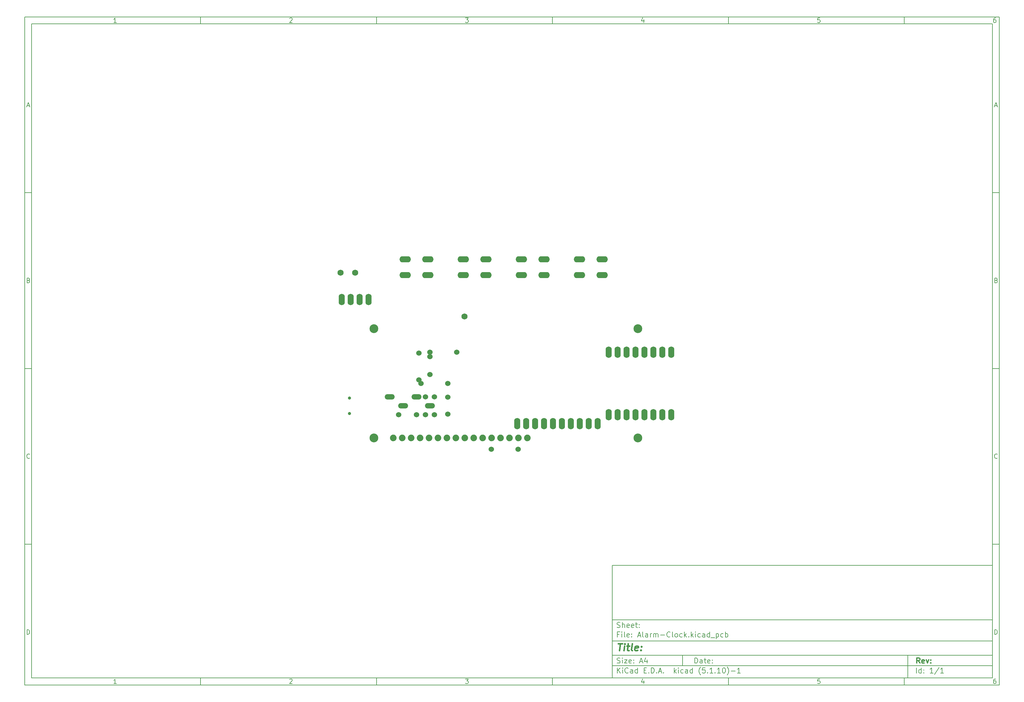
<source format=gbr>
%TF.GenerationSoftware,KiCad,Pcbnew,(5.1.10)-1*%
%TF.CreationDate,2021-11-24T23:11:52+01:00*%
%TF.ProjectId,Alarm-Clock,416c6172-6d2d-4436-9c6f-636b2e6b6963,rev?*%
%TF.SameCoordinates,Original*%
%TF.FileFunction,Soldermask,Bot*%
%TF.FilePolarity,Negative*%
%FSLAX46Y46*%
G04 Gerber Fmt 4.6, Leading zero omitted, Abs format (unit mm)*
G04 Created by KiCad (PCBNEW (5.1.10)-1) date 2021-11-24 23:11:52*
%MOMM*%
%LPD*%
G01*
G04 APERTURE LIST*
%ADD10C,0.100000*%
%ADD11C,0.150000*%
%ADD12C,0.300000*%
%ADD13C,0.400000*%
%ADD14C,2.500000*%
%ADD15C,1.879600*%
%ADD16C,1.524000*%
%ADD17O,2.844800X1.524000*%
%ADD18C,0.900000*%
%ADD19O,1.727200X3.251200*%
%ADD20O,3.251200X1.727200*%
%ADD21C,1.727200*%
G04 APERTURE END LIST*
D10*
D11*
X177002200Y-166007200D02*
X177002200Y-198007200D01*
X285002200Y-198007200D01*
X285002200Y-166007200D01*
X177002200Y-166007200D01*
D10*
D11*
X10000000Y-10000000D02*
X10000000Y-200007200D01*
X287002200Y-200007200D01*
X287002200Y-10000000D01*
X10000000Y-10000000D01*
D10*
D11*
X12000000Y-12000000D02*
X12000000Y-198007200D01*
X285002200Y-198007200D01*
X285002200Y-12000000D01*
X12000000Y-12000000D01*
D10*
D11*
X60000000Y-12000000D02*
X60000000Y-10000000D01*
D10*
D11*
X110000000Y-12000000D02*
X110000000Y-10000000D01*
D10*
D11*
X160000000Y-12000000D02*
X160000000Y-10000000D01*
D10*
D11*
X210000000Y-12000000D02*
X210000000Y-10000000D01*
D10*
D11*
X260000000Y-12000000D02*
X260000000Y-10000000D01*
D10*
D11*
X36065476Y-11588095D02*
X35322619Y-11588095D01*
X35694047Y-11588095D02*
X35694047Y-10288095D01*
X35570238Y-10473809D01*
X35446428Y-10597619D01*
X35322619Y-10659523D01*
D10*
D11*
X85322619Y-10411904D02*
X85384523Y-10350000D01*
X85508333Y-10288095D01*
X85817857Y-10288095D01*
X85941666Y-10350000D01*
X86003571Y-10411904D01*
X86065476Y-10535714D01*
X86065476Y-10659523D01*
X86003571Y-10845238D01*
X85260714Y-11588095D01*
X86065476Y-11588095D01*
D10*
D11*
X135260714Y-10288095D02*
X136065476Y-10288095D01*
X135632142Y-10783333D01*
X135817857Y-10783333D01*
X135941666Y-10845238D01*
X136003571Y-10907142D01*
X136065476Y-11030952D01*
X136065476Y-11340476D01*
X136003571Y-11464285D01*
X135941666Y-11526190D01*
X135817857Y-11588095D01*
X135446428Y-11588095D01*
X135322619Y-11526190D01*
X135260714Y-11464285D01*
D10*
D11*
X185941666Y-10721428D02*
X185941666Y-11588095D01*
X185632142Y-10226190D02*
X185322619Y-11154761D01*
X186127380Y-11154761D01*
D10*
D11*
X236003571Y-10288095D02*
X235384523Y-10288095D01*
X235322619Y-10907142D01*
X235384523Y-10845238D01*
X235508333Y-10783333D01*
X235817857Y-10783333D01*
X235941666Y-10845238D01*
X236003571Y-10907142D01*
X236065476Y-11030952D01*
X236065476Y-11340476D01*
X236003571Y-11464285D01*
X235941666Y-11526190D01*
X235817857Y-11588095D01*
X235508333Y-11588095D01*
X235384523Y-11526190D01*
X235322619Y-11464285D01*
D10*
D11*
X285941666Y-10288095D02*
X285694047Y-10288095D01*
X285570238Y-10350000D01*
X285508333Y-10411904D01*
X285384523Y-10597619D01*
X285322619Y-10845238D01*
X285322619Y-11340476D01*
X285384523Y-11464285D01*
X285446428Y-11526190D01*
X285570238Y-11588095D01*
X285817857Y-11588095D01*
X285941666Y-11526190D01*
X286003571Y-11464285D01*
X286065476Y-11340476D01*
X286065476Y-11030952D01*
X286003571Y-10907142D01*
X285941666Y-10845238D01*
X285817857Y-10783333D01*
X285570238Y-10783333D01*
X285446428Y-10845238D01*
X285384523Y-10907142D01*
X285322619Y-11030952D01*
D10*
D11*
X60000000Y-198007200D02*
X60000000Y-200007200D01*
D10*
D11*
X110000000Y-198007200D02*
X110000000Y-200007200D01*
D10*
D11*
X160000000Y-198007200D02*
X160000000Y-200007200D01*
D10*
D11*
X210000000Y-198007200D02*
X210000000Y-200007200D01*
D10*
D11*
X260000000Y-198007200D02*
X260000000Y-200007200D01*
D10*
D11*
X36065476Y-199595295D02*
X35322619Y-199595295D01*
X35694047Y-199595295D02*
X35694047Y-198295295D01*
X35570238Y-198481009D01*
X35446428Y-198604819D01*
X35322619Y-198666723D01*
D10*
D11*
X85322619Y-198419104D02*
X85384523Y-198357200D01*
X85508333Y-198295295D01*
X85817857Y-198295295D01*
X85941666Y-198357200D01*
X86003571Y-198419104D01*
X86065476Y-198542914D01*
X86065476Y-198666723D01*
X86003571Y-198852438D01*
X85260714Y-199595295D01*
X86065476Y-199595295D01*
D10*
D11*
X135260714Y-198295295D02*
X136065476Y-198295295D01*
X135632142Y-198790533D01*
X135817857Y-198790533D01*
X135941666Y-198852438D01*
X136003571Y-198914342D01*
X136065476Y-199038152D01*
X136065476Y-199347676D01*
X136003571Y-199471485D01*
X135941666Y-199533390D01*
X135817857Y-199595295D01*
X135446428Y-199595295D01*
X135322619Y-199533390D01*
X135260714Y-199471485D01*
D10*
D11*
X185941666Y-198728628D02*
X185941666Y-199595295D01*
X185632142Y-198233390D02*
X185322619Y-199161961D01*
X186127380Y-199161961D01*
D10*
D11*
X236003571Y-198295295D02*
X235384523Y-198295295D01*
X235322619Y-198914342D01*
X235384523Y-198852438D01*
X235508333Y-198790533D01*
X235817857Y-198790533D01*
X235941666Y-198852438D01*
X236003571Y-198914342D01*
X236065476Y-199038152D01*
X236065476Y-199347676D01*
X236003571Y-199471485D01*
X235941666Y-199533390D01*
X235817857Y-199595295D01*
X235508333Y-199595295D01*
X235384523Y-199533390D01*
X235322619Y-199471485D01*
D10*
D11*
X285941666Y-198295295D02*
X285694047Y-198295295D01*
X285570238Y-198357200D01*
X285508333Y-198419104D01*
X285384523Y-198604819D01*
X285322619Y-198852438D01*
X285322619Y-199347676D01*
X285384523Y-199471485D01*
X285446428Y-199533390D01*
X285570238Y-199595295D01*
X285817857Y-199595295D01*
X285941666Y-199533390D01*
X286003571Y-199471485D01*
X286065476Y-199347676D01*
X286065476Y-199038152D01*
X286003571Y-198914342D01*
X285941666Y-198852438D01*
X285817857Y-198790533D01*
X285570238Y-198790533D01*
X285446428Y-198852438D01*
X285384523Y-198914342D01*
X285322619Y-199038152D01*
D10*
D11*
X10000000Y-60000000D02*
X12000000Y-60000000D01*
D10*
D11*
X10000000Y-110000000D02*
X12000000Y-110000000D01*
D10*
D11*
X10000000Y-160000000D02*
X12000000Y-160000000D01*
D10*
D11*
X10690476Y-35216666D02*
X11309523Y-35216666D01*
X10566666Y-35588095D02*
X11000000Y-34288095D01*
X11433333Y-35588095D01*
D10*
D11*
X11092857Y-84907142D02*
X11278571Y-84969047D01*
X11340476Y-85030952D01*
X11402380Y-85154761D01*
X11402380Y-85340476D01*
X11340476Y-85464285D01*
X11278571Y-85526190D01*
X11154761Y-85588095D01*
X10659523Y-85588095D01*
X10659523Y-84288095D01*
X11092857Y-84288095D01*
X11216666Y-84350000D01*
X11278571Y-84411904D01*
X11340476Y-84535714D01*
X11340476Y-84659523D01*
X11278571Y-84783333D01*
X11216666Y-84845238D01*
X11092857Y-84907142D01*
X10659523Y-84907142D01*
D10*
D11*
X11402380Y-135464285D02*
X11340476Y-135526190D01*
X11154761Y-135588095D01*
X11030952Y-135588095D01*
X10845238Y-135526190D01*
X10721428Y-135402380D01*
X10659523Y-135278571D01*
X10597619Y-135030952D01*
X10597619Y-134845238D01*
X10659523Y-134597619D01*
X10721428Y-134473809D01*
X10845238Y-134350000D01*
X11030952Y-134288095D01*
X11154761Y-134288095D01*
X11340476Y-134350000D01*
X11402380Y-134411904D01*
D10*
D11*
X10659523Y-185588095D02*
X10659523Y-184288095D01*
X10969047Y-184288095D01*
X11154761Y-184350000D01*
X11278571Y-184473809D01*
X11340476Y-184597619D01*
X11402380Y-184845238D01*
X11402380Y-185030952D01*
X11340476Y-185278571D01*
X11278571Y-185402380D01*
X11154761Y-185526190D01*
X10969047Y-185588095D01*
X10659523Y-185588095D01*
D10*
D11*
X287002200Y-60000000D02*
X285002200Y-60000000D01*
D10*
D11*
X287002200Y-110000000D02*
X285002200Y-110000000D01*
D10*
D11*
X287002200Y-160000000D02*
X285002200Y-160000000D01*
D10*
D11*
X285692676Y-35216666D02*
X286311723Y-35216666D01*
X285568866Y-35588095D02*
X286002200Y-34288095D01*
X286435533Y-35588095D01*
D10*
D11*
X286095057Y-84907142D02*
X286280771Y-84969047D01*
X286342676Y-85030952D01*
X286404580Y-85154761D01*
X286404580Y-85340476D01*
X286342676Y-85464285D01*
X286280771Y-85526190D01*
X286156961Y-85588095D01*
X285661723Y-85588095D01*
X285661723Y-84288095D01*
X286095057Y-84288095D01*
X286218866Y-84350000D01*
X286280771Y-84411904D01*
X286342676Y-84535714D01*
X286342676Y-84659523D01*
X286280771Y-84783333D01*
X286218866Y-84845238D01*
X286095057Y-84907142D01*
X285661723Y-84907142D01*
D10*
D11*
X286404580Y-135464285D02*
X286342676Y-135526190D01*
X286156961Y-135588095D01*
X286033152Y-135588095D01*
X285847438Y-135526190D01*
X285723628Y-135402380D01*
X285661723Y-135278571D01*
X285599819Y-135030952D01*
X285599819Y-134845238D01*
X285661723Y-134597619D01*
X285723628Y-134473809D01*
X285847438Y-134350000D01*
X286033152Y-134288095D01*
X286156961Y-134288095D01*
X286342676Y-134350000D01*
X286404580Y-134411904D01*
D10*
D11*
X285661723Y-185588095D02*
X285661723Y-184288095D01*
X285971247Y-184288095D01*
X286156961Y-184350000D01*
X286280771Y-184473809D01*
X286342676Y-184597619D01*
X286404580Y-184845238D01*
X286404580Y-185030952D01*
X286342676Y-185278571D01*
X286280771Y-185402380D01*
X286156961Y-185526190D01*
X285971247Y-185588095D01*
X285661723Y-185588095D01*
D10*
D11*
X200434342Y-193785771D02*
X200434342Y-192285771D01*
X200791485Y-192285771D01*
X201005771Y-192357200D01*
X201148628Y-192500057D01*
X201220057Y-192642914D01*
X201291485Y-192928628D01*
X201291485Y-193142914D01*
X201220057Y-193428628D01*
X201148628Y-193571485D01*
X201005771Y-193714342D01*
X200791485Y-193785771D01*
X200434342Y-193785771D01*
X202577200Y-193785771D02*
X202577200Y-193000057D01*
X202505771Y-192857200D01*
X202362914Y-192785771D01*
X202077200Y-192785771D01*
X201934342Y-192857200D01*
X202577200Y-193714342D02*
X202434342Y-193785771D01*
X202077200Y-193785771D01*
X201934342Y-193714342D01*
X201862914Y-193571485D01*
X201862914Y-193428628D01*
X201934342Y-193285771D01*
X202077200Y-193214342D01*
X202434342Y-193214342D01*
X202577200Y-193142914D01*
X203077200Y-192785771D02*
X203648628Y-192785771D01*
X203291485Y-192285771D02*
X203291485Y-193571485D01*
X203362914Y-193714342D01*
X203505771Y-193785771D01*
X203648628Y-193785771D01*
X204720057Y-193714342D02*
X204577200Y-193785771D01*
X204291485Y-193785771D01*
X204148628Y-193714342D01*
X204077200Y-193571485D01*
X204077200Y-193000057D01*
X204148628Y-192857200D01*
X204291485Y-192785771D01*
X204577200Y-192785771D01*
X204720057Y-192857200D01*
X204791485Y-193000057D01*
X204791485Y-193142914D01*
X204077200Y-193285771D01*
X205434342Y-193642914D02*
X205505771Y-193714342D01*
X205434342Y-193785771D01*
X205362914Y-193714342D01*
X205434342Y-193642914D01*
X205434342Y-193785771D01*
X205434342Y-192857200D02*
X205505771Y-192928628D01*
X205434342Y-193000057D01*
X205362914Y-192928628D01*
X205434342Y-192857200D01*
X205434342Y-193000057D01*
D10*
D11*
X177002200Y-194507200D02*
X285002200Y-194507200D01*
D10*
D11*
X178434342Y-196585771D02*
X178434342Y-195085771D01*
X179291485Y-196585771D02*
X178648628Y-195728628D01*
X179291485Y-195085771D02*
X178434342Y-195942914D01*
X179934342Y-196585771D02*
X179934342Y-195585771D01*
X179934342Y-195085771D02*
X179862914Y-195157200D01*
X179934342Y-195228628D01*
X180005771Y-195157200D01*
X179934342Y-195085771D01*
X179934342Y-195228628D01*
X181505771Y-196442914D02*
X181434342Y-196514342D01*
X181220057Y-196585771D01*
X181077200Y-196585771D01*
X180862914Y-196514342D01*
X180720057Y-196371485D01*
X180648628Y-196228628D01*
X180577200Y-195942914D01*
X180577200Y-195728628D01*
X180648628Y-195442914D01*
X180720057Y-195300057D01*
X180862914Y-195157200D01*
X181077200Y-195085771D01*
X181220057Y-195085771D01*
X181434342Y-195157200D01*
X181505771Y-195228628D01*
X182791485Y-196585771D02*
X182791485Y-195800057D01*
X182720057Y-195657200D01*
X182577200Y-195585771D01*
X182291485Y-195585771D01*
X182148628Y-195657200D01*
X182791485Y-196514342D02*
X182648628Y-196585771D01*
X182291485Y-196585771D01*
X182148628Y-196514342D01*
X182077200Y-196371485D01*
X182077200Y-196228628D01*
X182148628Y-196085771D01*
X182291485Y-196014342D01*
X182648628Y-196014342D01*
X182791485Y-195942914D01*
X184148628Y-196585771D02*
X184148628Y-195085771D01*
X184148628Y-196514342D02*
X184005771Y-196585771D01*
X183720057Y-196585771D01*
X183577200Y-196514342D01*
X183505771Y-196442914D01*
X183434342Y-196300057D01*
X183434342Y-195871485D01*
X183505771Y-195728628D01*
X183577200Y-195657200D01*
X183720057Y-195585771D01*
X184005771Y-195585771D01*
X184148628Y-195657200D01*
X186005771Y-195800057D02*
X186505771Y-195800057D01*
X186720057Y-196585771D02*
X186005771Y-196585771D01*
X186005771Y-195085771D01*
X186720057Y-195085771D01*
X187362914Y-196442914D02*
X187434342Y-196514342D01*
X187362914Y-196585771D01*
X187291485Y-196514342D01*
X187362914Y-196442914D01*
X187362914Y-196585771D01*
X188077200Y-196585771D02*
X188077200Y-195085771D01*
X188434342Y-195085771D01*
X188648628Y-195157200D01*
X188791485Y-195300057D01*
X188862914Y-195442914D01*
X188934342Y-195728628D01*
X188934342Y-195942914D01*
X188862914Y-196228628D01*
X188791485Y-196371485D01*
X188648628Y-196514342D01*
X188434342Y-196585771D01*
X188077200Y-196585771D01*
X189577200Y-196442914D02*
X189648628Y-196514342D01*
X189577200Y-196585771D01*
X189505771Y-196514342D01*
X189577200Y-196442914D01*
X189577200Y-196585771D01*
X190220057Y-196157200D02*
X190934342Y-196157200D01*
X190077200Y-196585771D02*
X190577200Y-195085771D01*
X191077200Y-196585771D01*
X191577200Y-196442914D02*
X191648628Y-196514342D01*
X191577200Y-196585771D01*
X191505771Y-196514342D01*
X191577200Y-196442914D01*
X191577200Y-196585771D01*
X194577200Y-196585771D02*
X194577200Y-195085771D01*
X194720057Y-196014342D02*
X195148628Y-196585771D01*
X195148628Y-195585771D02*
X194577200Y-196157200D01*
X195791485Y-196585771D02*
X195791485Y-195585771D01*
X195791485Y-195085771D02*
X195720057Y-195157200D01*
X195791485Y-195228628D01*
X195862914Y-195157200D01*
X195791485Y-195085771D01*
X195791485Y-195228628D01*
X197148628Y-196514342D02*
X197005771Y-196585771D01*
X196720057Y-196585771D01*
X196577200Y-196514342D01*
X196505771Y-196442914D01*
X196434342Y-196300057D01*
X196434342Y-195871485D01*
X196505771Y-195728628D01*
X196577200Y-195657200D01*
X196720057Y-195585771D01*
X197005771Y-195585771D01*
X197148628Y-195657200D01*
X198434342Y-196585771D02*
X198434342Y-195800057D01*
X198362914Y-195657200D01*
X198220057Y-195585771D01*
X197934342Y-195585771D01*
X197791485Y-195657200D01*
X198434342Y-196514342D02*
X198291485Y-196585771D01*
X197934342Y-196585771D01*
X197791485Y-196514342D01*
X197720057Y-196371485D01*
X197720057Y-196228628D01*
X197791485Y-196085771D01*
X197934342Y-196014342D01*
X198291485Y-196014342D01*
X198434342Y-195942914D01*
X199791485Y-196585771D02*
X199791485Y-195085771D01*
X199791485Y-196514342D02*
X199648628Y-196585771D01*
X199362914Y-196585771D01*
X199220057Y-196514342D01*
X199148628Y-196442914D01*
X199077200Y-196300057D01*
X199077200Y-195871485D01*
X199148628Y-195728628D01*
X199220057Y-195657200D01*
X199362914Y-195585771D01*
X199648628Y-195585771D01*
X199791485Y-195657200D01*
X202077200Y-197157200D02*
X202005771Y-197085771D01*
X201862914Y-196871485D01*
X201791485Y-196728628D01*
X201720057Y-196514342D01*
X201648628Y-196157200D01*
X201648628Y-195871485D01*
X201720057Y-195514342D01*
X201791485Y-195300057D01*
X201862914Y-195157200D01*
X202005771Y-194942914D01*
X202077200Y-194871485D01*
X203362914Y-195085771D02*
X202648628Y-195085771D01*
X202577200Y-195800057D01*
X202648628Y-195728628D01*
X202791485Y-195657200D01*
X203148628Y-195657200D01*
X203291485Y-195728628D01*
X203362914Y-195800057D01*
X203434342Y-195942914D01*
X203434342Y-196300057D01*
X203362914Y-196442914D01*
X203291485Y-196514342D01*
X203148628Y-196585771D01*
X202791485Y-196585771D01*
X202648628Y-196514342D01*
X202577200Y-196442914D01*
X204077200Y-196442914D02*
X204148628Y-196514342D01*
X204077200Y-196585771D01*
X204005771Y-196514342D01*
X204077200Y-196442914D01*
X204077200Y-196585771D01*
X205577200Y-196585771D02*
X204720057Y-196585771D01*
X205148628Y-196585771D02*
X205148628Y-195085771D01*
X205005771Y-195300057D01*
X204862914Y-195442914D01*
X204720057Y-195514342D01*
X206220057Y-196442914D02*
X206291485Y-196514342D01*
X206220057Y-196585771D01*
X206148628Y-196514342D01*
X206220057Y-196442914D01*
X206220057Y-196585771D01*
X207720057Y-196585771D02*
X206862914Y-196585771D01*
X207291485Y-196585771D02*
X207291485Y-195085771D01*
X207148628Y-195300057D01*
X207005771Y-195442914D01*
X206862914Y-195514342D01*
X208648628Y-195085771D02*
X208791485Y-195085771D01*
X208934342Y-195157200D01*
X209005771Y-195228628D01*
X209077200Y-195371485D01*
X209148628Y-195657200D01*
X209148628Y-196014342D01*
X209077200Y-196300057D01*
X209005771Y-196442914D01*
X208934342Y-196514342D01*
X208791485Y-196585771D01*
X208648628Y-196585771D01*
X208505771Y-196514342D01*
X208434342Y-196442914D01*
X208362914Y-196300057D01*
X208291485Y-196014342D01*
X208291485Y-195657200D01*
X208362914Y-195371485D01*
X208434342Y-195228628D01*
X208505771Y-195157200D01*
X208648628Y-195085771D01*
X209648628Y-197157200D02*
X209720057Y-197085771D01*
X209862914Y-196871485D01*
X209934342Y-196728628D01*
X210005771Y-196514342D01*
X210077200Y-196157200D01*
X210077200Y-195871485D01*
X210005771Y-195514342D01*
X209934342Y-195300057D01*
X209862914Y-195157200D01*
X209720057Y-194942914D01*
X209648628Y-194871485D01*
X210791485Y-196014342D02*
X211934342Y-196014342D01*
X213434342Y-196585771D02*
X212577200Y-196585771D01*
X213005771Y-196585771D02*
X213005771Y-195085771D01*
X212862914Y-195300057D01*
X212720057Y-195442914D01*
X212577200Y-195514342D01*
D10*
D11*
X177002200Y-191507200D02*
X285002200Y-191507200D01*
D10*
D12*
X264411485Y-193785771D02*
X263911485Y-193071485D01*
X263554342Y-193785771D02*
X263554342Y-192285771D01*
X264125771Y-192285771D01*
X264268628Y-192357200D01*
X264340057Y-192428628D01*
X264411485Y-192571485D01*
X264411485Y-192785771D01*
X264340057Y-192928628D01*
X264268628Y-193000057D01*
X264125771Y-193071485D01*
X263554342Y-193071485D01*
X265625771Y-193714342D02*
X265482914Y-193785771D01*
X265197200Y-193785771D01*
X265054342Y-193714342D01*
X264982914Y-193571485D01*
X264982914Y-193000057D01*
X265054342Y-192857200D01*
X265197200Y-192785771D01*
X265482914Y-192785771D01*
X265625771Y-192857200D01*
X265697200Y-193000057D01*
X265697200Y-193142914D01*
X264982914Y-193285771D01*
X266197200Y-192785771D02*
X266554342Y-193785771D01*
X266911485Y-192785771D01*
X267482914Y-193642914D02*
X267554342Y-193714342D01*
X267482914Y-193785771D01*
X267411485Y-193714342D01*
X267482914Y-193642914D01*
X267482914Y-193785771D01*
X267482914Y-192857200D02*
X267554342Y-192928628D01*
X267482914Y-193000057D01*
X267411485Y-192928628D01*
X267482914Y-192857200D01*
X267482914Y-193000057D01*
D10*
D11*
X178362914Y-193714342D02*
X178577200Y-193785771D01*
X178934342Y-193785771D01*
X179077200Y-193714342D01*
X179148628Y-193642914D01*
X179220057Y-193500057D01*
X179220057Y-193357200D01*
X179148628Y-193214342D01*
X179077200Y-193142914D01*
X178934342Y-193071485D01*
X178648628Y-193000057D01*
X178505771Y-192928628D01*
X178434342Y-192857200D01*
X178362914Y-192714342D01*
X178362914Y-192571485D01*
X178434342Y-192428628D01*
X178505771Y-192357200D01*
X178648628Y-192285771D01*
X179005771Y-192285771D01*
X179220057Y-192357200D01*
X179862914Y-193785771D02*
X179862914Y-192785771D01*
X179862914Y-192285771D02*
X179791485Y-192357200D01*
X179862914Y-192428628D01*
X179934342Y-192357200D01*
X179862914Y-192285771D01*
X179862914Y-192428628D01*
X180434342Y-192785771D02*
X181220057Y-192785771D01*
X180434342Y-193785771D01*
X181220057Y-193785771D01*
X182362914Y-193714342D02*
X182220057Y-193785771D01*
X181934342Y-193785771D01*
X181791485Y-193714342D01*
X181720057Y-193571485D01*
X181720057Y-193000057D01*
X181791485Y-192857200D01*
X181934342Y-192785771D01*
X182220057Y-192785771D01*
X182362914Y-192857200D01*
X182434342Y-193000057D01*
X182434342Y-193142914D01*
X181720057Y-193285771D01*
X183077200Y-193642914D02*
X183148628Y-193714342D01*
X183077200Y-193785771D01*
X183005771Y-193714342D01*
X183077200Y-193642914D01*
X183077200Y-193785771D01*
X183077200Y-192857200D02*
X183148628Y-192928628D01*
X183077200Y-193000057D01*
X183005771Y-192928628D01*
X183077200Y-192857200D01*
X183077200Y-193000057D01*
X184862914Y-193357200D02*
X185577200Y-193357200D01*
X184720057Y-193785771D02*
X185220057Y-192285771D01*
X185720057Y-193785771D01*
X186862914Y-192785771D02*
X186862914Y-193785771D01*
X186505771Y-192214342D02*
X186148628Y-193285771D01*
X187077200Y-193285771D01*
D10*
D11*
X263434342Y-196585771D02*
X263434342Y-195085771D01*
X264791485Y-196585771D02*
X264791485Y-195085771D01*
X264791485Y-196514342D02*
X264648628Y-196585771D01*
X264362914Y-196585771D01*
X264220057Y-196514342D01*
X264148628Y-196442914D01*
X264077200Y-196300057D01*
X264077200Y-195871485D01*
X264148628Y-195728628D01*
X264220057Y-195657200D01*
X264362914Y-195585771D01*
X264648628Y-195585771D01*
X264791485Y-195657200D01*
X265505771Y-196442914D02*
X265577200Y-196514342D01*
X265505771Y-196585771D01*
X265434342Y-196514342D01*
X265505771Y-196442914D01*
X265505771Y-196585771D01*
X265505771Y-195657200D02*
X265577200Y-195728628D01*
X265505771Y-195800057D01*
X265434342Y-195728628D01*
X265505771Y-195657200D01*
X265505771Y-195800057D01*
X268148628Y-196585771D02*
X267291485Y-196585771D01*
X267720057Y-196585771D02*
X267720057Y-195085771D01*
X267577200Y-195300057D01*
X267434342Y-195442914D01*
X267291485Y-195514342D01*
X269862914Y-195014342D02*
X268577200Y-196942914D01*
X271148628Y-196585771D02*
X270291485Y-196585771D01*
X270720057Y-196585771D02*
X270720057Y-195085771D01*
X270577200Y-195300057D01*
X270434342Y-195442914D01*
X270291485Y-195514342D01*
D10*
D11*
X177002200Y-187507200D02*
X285002200Y-187507200D01*
D10*
D13*
X178714580Y-188211961D02*
X179857438Y-188211961D01*
X179036009Y-190211961D02*
X179286009Y-188211961D01*
X180274104Y-190211961D02*
X180440771Y-188878628D01*
X180524104Y-188211961D02*
X180416961Y-188307200D01*
X180500295Y-188402438D01*
X180607438Y-188307200D01*
X180524104Y-188211961D01*
X180500295Y-188402438D01*
X181107438Y-188878628D02*
X181869342Y-188878628D01*
X181476485Y-188211961D02*
X181262200Y-189926247D01*
X181333628Y-190116723D01*
X181512200Y-190211961D01*
X181702676Y-190211961D01*
X182655057Y-190211961D02*
X182476485Y-190116723D01*
X182405057Y-189926247D01*
X182619342Y-188211961D01*
X184190771Y-190116723D02*
X183988390Y-190211961D01*
X183607438Y-190211961D01*
X183428866Y-190116723D01*
X183357438Y-189926247D01*
X183452676Y-189164342D01*
X183571723Y-188973866D01*
X183774104Y-188878628D01*
X184155057Y-188878628D01*
X184333628Y-188973866D01*
X184405057Y-189164342D01*
X184381247Y-189354819D01*
X183405057Y-189545295D01*
X185155057Y-190021485D02*
X185238390Y-190116723D01*
X185131247Y-190211961D01*
X185047914Y-190116723D01*
X185155057Y-190021485D01*
X185131247Y-190211961D01*
X185286009Y-188973866D02*
X185369342Y-189069104D01*
X185262200Y-189164342D01*
X185178866Y-189069104D01*
X185286009Y-188973866D01*
X185262200Y-189164342D01*
D10*
D11*
X178934342Y-185600057D02*
X178434342Y-185600057D01*
X178434342Y-186385771D02*
X178434342Y-184885771D01*
X179148628Y-184885771D01*
X179720057Y-186385771D02*
X179720057Y-185385771D01*
X179720057Y-184885771D02*
X179648628Y-184957200D01*
X179720057Y-185028628D01*
X179791485Y-184957200D01*
X179720057Y-184885771D01*
X179720057Y-185028628D01*
X180648628Y-186385771D02*
X180505771Y-186314342D01*
X180434342Y-186171485D01*
X180434342Y-184885771D01*
X181791485Y-186314342D02*
X181648628Y-186385771D01*
X181362914Y-186385771D01*
X181220057Y-186314342D01*
X181148628Y-186171485D01*
X181148628Y-185600057D01*
X181220057Y-185457200D01*
X181362914Y-185385771D01*
X181648628Y-185385771D01*
X181791485Y-185457200D01*
X181862914Y-185600057D01*
X181862914Y-185742914D01*
X181148628Y-185885771D01*
X182505771Y-186242914D02*
X182577200Y-186314342D01*
X182505771Y-186385771D01*
X182434342Y-186314342D01*
X182505771Y-186242914D01*
X182505771Y-186385771D01*
X182505771Y-185457200D02*
X182577200Y-185528628D01*
X182505771Y-185600057D01*
X182434342Y-185528628D01*
X182505771Y-185457200D01*
X182505771Y-185600057D01*
X184291485Y-185957200D02*
X185005771Y-185957200D01*
X184148628Y-186385771D02*
X184648628Y-184885771D01*
X185148628Y-186385771D01*
X185862914Y-186385771D02*
X185720057Y-186314342D01*
X185648628Y-186171485D01*
X185648628Y-184885771D01*
X187077200Y-186385771D02*
X187077200Y-185600057D01*
X187005771Y-185457200D01*
X186862914Y-185385771D01*
X186577200Y-185385771D01*
X186434342Y-185457200D01*
X187077200Y-186314342D02*
X186934342Y-186385771D01*
X186577200Y-186385771D01*
X186434342Y-186314342D01*
X186362914Y-186171485D01*
X186362914Y-186028628D01*
X186434342Y-185885771D01*
X186577200Y-185814342D01*
X186934342Y-185814342D01*
X187077200Y-185742914D01*
X187791485Y-186385771D02*
X187791485Y-185385771D01*
X187791485Y-185671485D02*
X187862914Y-185528628D01*
X187934342Y-185457200D01*
X188077200Y-185385771D01*
X188220057Y-185385771D01*
X188720057Y-186385771D02*
X188720057Y-185385771D01*
X188720057Y-185528628D02*
X188791485Y-185457200D01*
X188934342Y-185385771D01*
X189148628Y-185385771D01*
X189291485Y-185457200D01*
X189362914Y-185600057D01*
X189362914Y-186385771D01*
X189362914Y-185600057D02*
X189434342Y-185457200D01*
X189577200Y-185385771D01*
X189791485Y-185385771D01*
X189934342Y-185457200D01*
X190005771Y-185600057D01*
X190005771Y-186385771D01*
X190720057Y-185814342D02*
X191862914Y-185814342D01*
X193434342Y-186242914D02*
X193362914Y-186314342D01*
X193148628Y-186385771D01*
X193005771Y-186385771D01*
X192791485Y-186314342D01*
X192648628Y-186171485D01*
X192577200Y-186028628D01*
X192505771Y-185742914D01*
X192505771Y-185528628D01*
X192577200Y-185242914D01*
X192648628Y-185100057D01*
X192791485Y-184957200D01*
X193005771Y-184885771D01*
X193148628Y-184885771D01*
X193362914Y-184957200D01*
X193434342Y-185028628D01*
X194291485Y-186385771D02*
X194148628Y-186314342D01*
X194077200Y-186171485D01*
X194077200Y-184885771D01*
X195077200Y-186385771D02*
X194934342Y-186314342D01*
X194862914Y-186242914D01*
X194791485Y-186100057D01*
X194791485Y-185671485D01*
X194862914Y-185528628D01*
X194934342Y-185457200D01*
X195077200Y-185385771D01*
X195291485Y-185385771D01*
X195434342Y-185457200D01*
X195505771Y-185528628D01*
X195577200Y-185671485D01*
X195577200Y-186100057D01*
X195505771Y-186242914D01*
X195434342Y-186314342D01*
X195291485Y-186385771D01*
X195077200Y-186385771D01*
X196862914Y-186314342D02*
X196720057Y-186385771D01*
X196434342Y-186385771D01*
X196291485Y-186314342D01*
X196220057Y-186242914D01*
X196148628Y-186100057D01*
X196148628Y-185671485D01*
X196220057Y-185528628D01*
X196291485Y-185457200D01*
X196434342Y-185385771D01*
X196720057Y-185385771D01*
X196862914Y-185457200D01*
X197505771Y-186385771D02*
X197505771Y-184885771D01*
X197648628Y-185814342D02*
X198077200Y-186385771D01*
X198077200Y-185385771D02*
X197505771Y-185957200D01*
X198720057Y-186242914D02*
X198791485Y-186314342D01*
X198720057Y-186385771D01*
X198648628Y-186314342D01*
X198720057Y-186242914D01*
X198720057Y-186385771D01*
X199434342Y-186385771D02*
X199434342Y-184885771D01*
X199577200Y-185814342D02*
X200005771Y-186385771D01*
X200005771Y-185385771D02*
X199434342Y-185957200D01*
X200648628Y-186385771D02*
X200648628Y-185385771D01*
X200648628Y-184885771D02*
X200577200Y-184957200D01*
X200648628Y-185028628D01*
X200720057Y-184957200D01*
X200648628Y-184885771D01*
X200648628Y-185028628D01*
X202005771Y-186314342D02*
X201862914Y-186385771D01*
X201577200Y-186385771D01*
X201434342Y-186314342D01*
X201362914Y-186242914D01*
X201291485Y-186100057D01*
X201291485Y-185671485D01*
X201362914Y-185528628D01*
X201434342Y-185457200D01*
X201577200Y-185385771D01*
X201862914Y-185385771D01*
X202005771Y-185457200D01*
X203291485Y-186385771D02*
X203291485Y-185600057D01*
X203220057Y-185457200D01*
X203077200Y-185385771D01*
X202791485Y-185385771D01*
X202648628Y-185457200D01*
X203291485Y-186314342D02*
X203148628Y-186385771D01*
X202791485Y-186385771D01*
X202648628Y-186314342D01*
X202577200Y-186171485D01*
X202577200Y-186028628D01*
X202648628Y-185885771D01*
X202791485Y-185814342D01*
X203148628Y-185814342D01*
X203291485Y-185742914D01*
X204648628Y-186385771D02*
X204648628Y-184885771D01*
X204648628Y-186314342D02*
X204505771Y-186385771D01*
X204220057Y-186385771D01*
X204077200Y-186314342D01*
X204005771Y-186242914D01*
X203934342Y-186100057D01*
X203934342Y-185671485D01*
X204005771Y-185528628D01*
X204077200Y-185457200D01*
X204220057Y-185385771D01*
X204505771Y-185385771D01*
X204648628Y-185457200D01*
X205005771Y-186528628D02*
X206148628Y-186528628D01*
X206505771Y-185385771D02*
X206505771Y-186885771D01*
X206505771Y-185457200D02*
X206648628Y-185385771D01*
X206934342Y-185385771D01*
X207077200Y-185457200D01*
X207148628Y-185528628D01*
X207220057Y-185671485D01*
X207220057Y-186100057D01*
X207148628Y-186242914D01*
X207077200Y-186314342D01*
X206934342Y-186385771D01*
X206648628Y-186385771D01*
X206505771Y-186314342D01*
X208505771Y-186314342D02*
X208362914Y-186385771D01*
X208077200Y-186385771D01*
X207934342Y-186314342D01*
X207862914Y-186242914D01*
X207791485Y-186100057D01*
X207791485Y-185671485D01*
X207862914Y-185528628D01*
X207934342Y-185457200D01*
X208077200Y-185385771D01*
X208362914Y-185385771D01*
X208505771Y-185457200D01*
X209148628Y-186385771D02*
X209148628Y-184885771D01*
X209148628Y-185457200D02*
X209291485Y-185385771D01*
X209577200Y-185385771D01*
X209720057Y-185457200D01*
X209791485Y-185528628D01*
X209862914Y-185671485D01*
X209862914Y-186100057D01*
X209791485Y-186242914D01*
X209720057Y-186314342D01*
X209577200Y-186385771D01*
X209291485Y-186385771D01*
X209148628Y-186314342D01*
D10*
D11*
X177002200Y-181507200D02*
X285002200Y-181507200D01*
D10*
D11*
X178362914Y-183614342D02*
X178577200Y-183685771D01*
X178934342Y-183685771D01*
X179077200Y-183614342D01*
X179148628Y-183542914D01*
X179220057Y-183400057D01*
X179220057Y-183257200D01*
X179148628Y-183114342D01*
X179077200Y-183042914D01*
X178934342Y-182971485D01*
X178648628Y-182900057D01*
X178505771Y-182828628D01*
X178434342Y-182757200D01*
X178362914Y-182614342D01*
X178362914Y-182471485D01*
X178434342Y-182328628D01*
X178505771Y-182257200D01*
X178648628Y-182185771D01*
X179005771Y-182185771D01*
X179220057Y-182257200D01*
X179862914Y-183685771D02*
X179862914Y-182185771D01*
X180505771Y-183685771D02*
X180505771Y-182900057D01*
X180434342Y-182757200D01*
X180291485Y-182685771D01*
X180077200Y-182685771D01*
X179934342Y-182757200D01*
X179862914Y-182828628D01*
X181791485Y-183614342D02*
X181648628Y-183685771D01*
X181362914Y-183685771D01*
X181220057Y-183614342D01*
X181148628Y-183471485D01*
X181148628Y-182900057D01*
X181220057Y-182757200D01*
X181362914Y-182685771D01*
X181648628Y-182685771D01*
X181791485Y-182757200D01*
X181862914Y-182900057D01*
X181862914Y-183042914D01*
X181148628Y-183185771D01*
X183077200Y-183614342D02*
X182934342Y-183685771D01*
X182648628Y-183685771D01*
X182505771Y-183614342D01*
X182434342Y-183471485D01*
X182434342Y-182900057D01*
X182505771Y-182757200D01*
X182648628Y-182685771D01*
X182934342Y-182685771D01*
X183077200Y-182757200D01*
X183148628Y-182900057D01*
X183148628Y-183042914D01*
X182434342Y-183185771D01*
X183577200Y-182685771D02*
X184148628Y-182685771D01*
X183791485Y-182185771D02*
X183791485Y-183471485D01*
X183862914Y-183614342D01*
X184005771Y-183685771D01*
X184148628Y-183685771D01*
X184648628Y-183542914D02*
X184720057Y-183614342D01*
X184648628Y-183685771D01*
X184577200Y-183614342D01*
X184648628Y-183542914D01*
X184648628Y-183685771D01*
X184648628Y-182757200D02*
X184720057Y-182828628D01*
X184648628Y-182900057D01*
X184577200Y-182828628D01*
X184648628Y-182757200D01*
X184648628Y-182900057D01*
D10*
D11*
X197002200Y-191507200D02*
X197002200Y-194507200D01*
D10*
D11*
X261002200Y-191507200D02*
X261002200Y-198007200D01*
D14*
%TO.C,DIS1*%
X184261100Y-129706100D03*
X109261100Y-129706100D03*
X184261100Y-98706100D03*
X109261100Y-98706100D03*
D15*
X152861100Y-129706100D03*
X150321100Y-129706100D03*
X147781100Y-129706100D03*
X145241100Y-129706100D03*
X142701100Y-129706100D03*
X140161100Y-129706100D03*
X137621100Y-129706100D03*
X135081100Y-129706100D03*
X132541100Y-129706100D03*
X130001100Y-129706100D03*
X127461100Y-129706100D03*
X124921100Y-129706100D03*
X122381100Y-129706100D03*
X119841100Y-129706100D03*
X117301100Y-129706100D03*
X114761100Y-129706100D03*
%TD*%
D16*
%TO.C,Q1*%
X130251100Y-118143100D03*
X130251100Y-122969100D03*
%TD*%
%TO.C,R1*%
X125171100Y-105316100D03*
X132791100Y-105316100D03*
%TD*%
%TO.C,R2*%
X121996100Y-113253600D03*
X121996100Y-105633600D03*
%TD*%
%TO.C,R3*%
X125171100Y-111666100D03*
X125171100Y-106586100D03*
%TD*%
%TO.C,R4*%
X122631100Y-114206100D03*
X130251100Y-114206100D03*
%TD*%
D17*
%TO.C,D1*%
X117551100Y-120556100D03*
X125171100Y-120556100D03*
%TD*%
%TO.C,D2*%
X113741100Y-118016100D03*
X121361100Y-118016100D03*
%TD*%
D16*
%TO.C,C1*%
X123901100Y-123096100D03*
X126441100Y-123096100D03*
%TD*%
%TO.C,C2*%
X123901100Y-118016100D03*
X126441100Y-118016100D03*
%TD*%
%TO.C,R5*%
X116281100Y-123096100D03*
X121361100Y-123096100D03*
%TD*%
D18*
%TO.C,X1*%
X102311100Y-122756100D03*
X102311100Y-118356100D03*
%TD*%
D19*
%TO.C,JP1*%
X193751100Y-123096100D03*
X191211100Y-123096100D03*
X188671100Y-123096100D03*
X186131100Y-123096100D03*
X183591100Y-123096100D03*
X181051100Y-123096100D03*
X178511100Y-123096100D03*
X175971100Y-123096100D03*
%TD*%
%TO.C,JP2*%
X193751100Y-105316100D03*
X191211100Y-105316100D03*
X188671100Y-105316100D03*
X186131100Y-105316100D03*
X183591100Y-105316100D03*
X181051100Y-105316100D03*
X178511100Y-105316100D03*
X175971100Y-105316100D03*
%TD*%
D20*
%TO.C,S1*%
X124612300Y-83446700D03*
X124612300Y-78925500D03*
X118109900Y-83446700D03*
X118109900Y-78925500D03*
%TD*%
%TO.C,S2*%
X141122300Y-83446700D03*
X141122300Y-78925500D03*
X134619900Y-83446700D03*
X134619900Y-78925500D03*
%TD*%
%TO.C,S3*%
X157632300Y-83446700D03*
X157632300Y-78925500D03*
X151129900Y-83446700D03*
X151129900Y-78925500D03*
%TD*%
%TO.C,S4*%
X174142300Y-83446700D03*
X174142300Y-78925500D03*
X167639900Y-83446700D03*
X167639900Y-78925500D03*
%TD*%
D19*
%TO.C,JP4*%
X172796100Y-125636100D03*
X170256100Y-125636100D03*
X167716100Y-125636100D03*
X165176100Y-125636100D03*
X162636100Y-125636100D03*
X160096100Y-125636100D03*
X157556100Y-125636100D03*
X155016100Y-125636100D03*
X152476100Y-125636100D03*
X149936100Y-125636100D03*
%TD*%
D21*
%TO.C,JP7*%
X135013600Y-95156100D03*
%TD*%
D16*
%TO.C,R6*%
X150253600Y-132938600D03*
X142633600Y-132938600D03*
%TD*%
D21*
%TO.C,JP8*%
X103898600Y-82773600D03*
%TD*%
%TO.C,JP9*%
X107708600Y-90393600D03*
%TD*%
D19*
%TO.C,JP11*%
X107708600Y-90393600D03*
X105168600Y-90393600D03*
X102628600Y-90393600D03*
X100088600Y-90393600D03*
%TD*%
D21*
%TO.C,JP13*%
X99771100Y-82773600D03*
%TD*%
M02*

</source>
